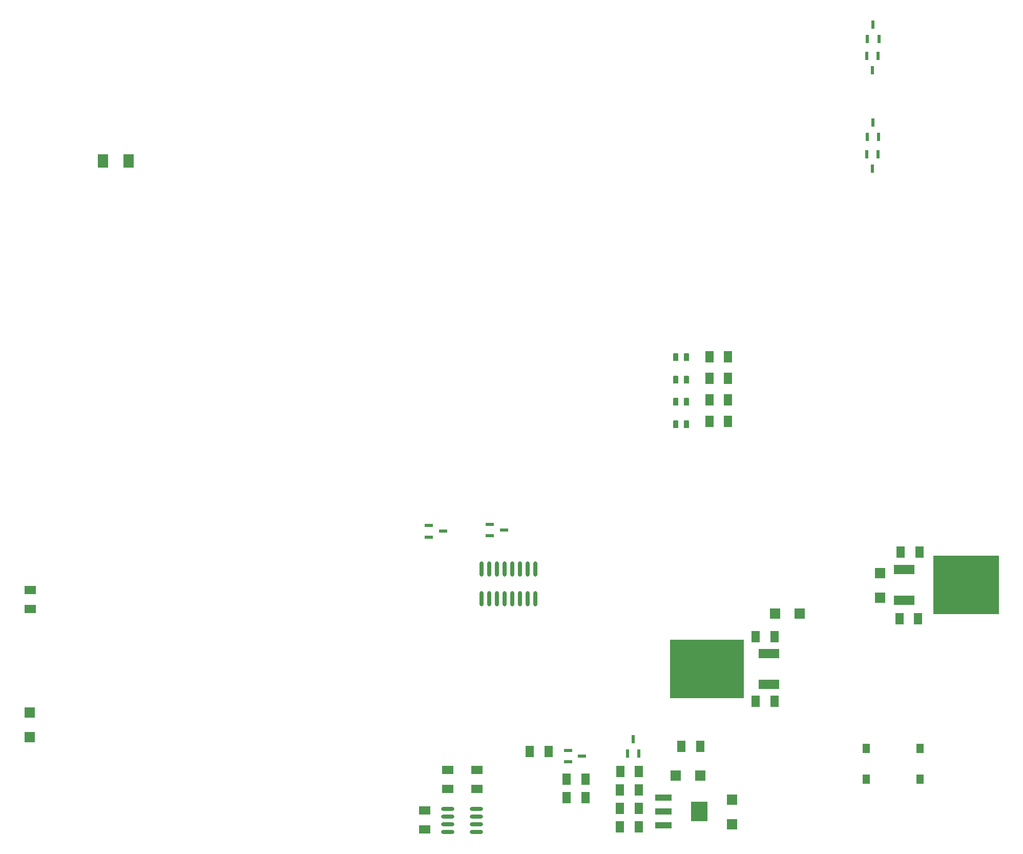
<source format=gtp>
G04*
G04 #@! TF.GenerationSoftware,Altium Limited,Altium Designer,18.0.11 (651)*
G04*
G04 Layer_Color=8421504*
%FSLAX24Y24*%
%MOIN*%
G70*
G01*
G75*
%ADD22R,0.1378X0.0630*%
%ADD23R,0.4803X0.3839*%
%ADD24R,0.0571X0.0236*%
%ADD25R,0.0236X0.0571*%
%ADD26R,0.0700X0.0710*%
%ADD27R,0.0710X0.0700*%
%ADD28R,0.4252X0.3839*%
G04:AMPARAMS|DCode=29|XSize=35mil|YSize=50mil|CornerRadius=4.4mil|HoleSize=0mil|Usage=FLASHONLY|Rotation=0.000|XOffset=0mil|YOffset=0mil|HoleType=Round|Shape=RoundedRectangle|*
%AMROUNDEDRECTD29*
21,1,0.0350,0.0413,0,0,0.0*
21,1,0.0263,0.0500,0,0,0.0*
1,1,0.0088,0.0131,-0.0206*
1,1,0.0088,-0.0131,-0.0206*
1,1,0.0088,-0.0131,0.0206*
1,1,0.0088,0.0131,0.0206*
%
%ADD29ROUNDEDRECTD29*%
%ADD30R,0.0531X0.0748*%
%ADD31R,0.0500X0.0600*%
%ADD32O,0.0276X0.0984*%
%ADD33R,0.0748X0.0531*%
%ADD34R,0.1063X0.1299*%
%ADD35R,0.1063X0.0394*%
%ADD36R,0.0689X0.0858*%
%ADD37O,0.0866X0.0236*%
D22*
X49560Y12500D02*
D03*
Y10500D02*
D03*
X58355Y15950D02*
D03*
Y17950D02*
D03*
D23*
X45515Y11500D02*
D03*
D24*
X27427Y20824D02*
D03*
Y20076D02*
D03*
X28352Y20450D02*
D03*
X31395Y20895D02*
D03*
Y20147D02*
D03*
X32320Y20521D02*
D03*
X36482Y6191D02*
D03*
Y5443D02*
D03*
X37407Y5817D02*
D03*
D25*
X56674Y44943D02*
D03*
X55926D02*
D03*
X56300Y44018D02*
D03*
X56674Y51363D02*
D03*
X55926D02*
D03*
X56300Y50437D02*
D03*
X55956Y46085D02*
D03*
X56704D02*
D03*
X56330Y47010D02*
D03*
X55966Y52465D02*
D03*
X56714D02*
D03*
X56340Y53390D02*
D03*
X40359Y6007D02*
D03*
X41107D02*
D03*
X40733Y6933D02*
D03*
D26*
X47150Y1390D02*
D03*
Y3004D02*
D03*
X1460Y8670D02*
D03*
Y7056D02*
D03*
X56800Y16116D02*
D03*
Y17730D02*
D03*
D27*
X43486Y4550D02*
D03*
X45100D02*
D03*
X51560Y15100D02*
D03*
X49946D02*
D03*
D28*
X62400Y16950D02*
D03*
D29*
X43500Y30300D02*
D03*
X44200D02*
D03*
Y27400D02*
D03*
X43500D02*
D03*
Y28850D02*
D03*
X44200D02*
D03*
Y31750D02*
D03*
X43500D02*
D03*
D30*
X49910Y9405D02*
D03*
X48690D02*
D03*
X49910Y13580D02*
D03*
X48690D02*
D03*
X58050Y14750D02*
D03*
X59270D02*
D03*
X58140Y19080D02*
D03*
X59360D02*
D03*
X45680Y27600D02*
D03*
X46900D02*
D03*
X45680Y29000D02*
D03*
X46900D02*
D03*
X45680Y31800D02*
D03*
X46900D02*
D03*
X45680Y30400D02*
D03*
X46900D02*
D03*
X33990Y6140D02*
D03*
X35210D02*
D03*
X37618Y3117D02*
D03*
X36397D02*
D03*
X37618Y4317D02*
D03*
X36397D02*
D03*
X45080Y6460D02*
D03*
X43860D02*
D03*
X39887Y4817D02*
D03*
X41107D02*
D03*
X39848Y3617D02*
D03*
X41107D02*
D03*
Y2417D02*
D03*
X39848D02*
D03*
X41107Y1217D02*
D03*
X39848D02*
D03*
D31*
X59380Y6310D02*
D03*
X55880D02*
D03*
X59380Y4310D02*
D03*
X55880D02*
D03*
D32*
X34357Y17981D02*
D03*
X33857D02*
D03*
X33357D02*
D03*
X32857D02*
D03*
X32357D02*
D03*
X31857D02*
D03*
X31357D02*
D03*
X30857D02*
D03*
X34357Y16052D02*
D03*
X33857D02*
D03*
X33357D02*
D03*
X32857D02*
D03*
X32357D02*
D03*
X31857D02*
D03*
X31357D02*
D03*
X30857D02*
D03*
D33*
X1500Y16610D02*
D03*
Y15390D02*
D03*
X27150Y1064D02*
D03*
Y2284D02*
D03*
X28650Y3707D02*
D03*
Y4927D02*
D03*
X30557D02*
D03*
Y3707D02*
D03*
D34*
X45030Y2222D02*
D03*
D35*
X42707Y1317D02*
D03*
Y2222D02*
D03*
Y3128D02*
D03*
D36*
X7890Y44540D02*
D03*
X6229D02*
D03*
D37*
X28650Y2400D02*
D03*
Y1900D02*
D03*
Y1400D02*
D03*
Y900D02*
D03*
X30540Y2400D02*
D03*
Y1900D02*
D03*
Y1400D02*
D03*
Y900D02*
D03*
M02*

</source>
